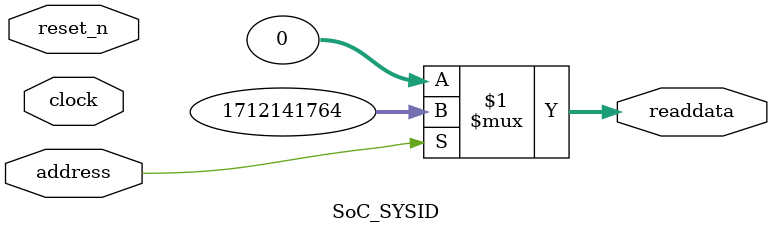
<source format=v>

`timescale 1ns / 1ps
// synthesis translate_on

// turn off superfluous verilog processor warnings 
// altera message_level Level1 
// altera message_off 10034 10035 10036 10037 10230 10240 10030 

module SoC_SYSID (
               // inputs:
                address,
                clock,
                reset_n,

               // outputs:
                readdata
             )
;

  output  [ 31: 0] readdata;
  input            address;
  input            clock;
  input            reset_n;

  wire    [ 31: 0] readdata;
  //control_slave, which is an e_avalon_slave
  assign readdata = address ? 1712141764 : 0;

endmodule




</source>
